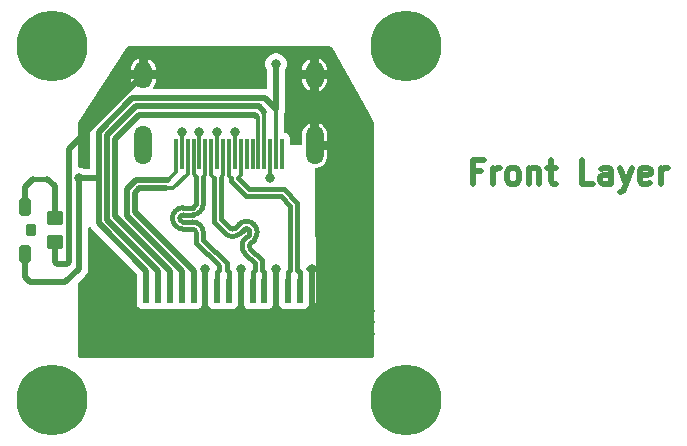
<source format=gbr>
%TF.GenerationSoftware,KiCad,Pcbnew,7.0.7*%
%TF.CreationDate,2023-11-23T16:05:46-08:00*%
%TF.ProjectId,MIPI2HDMI,4d495049-3248-4444-9d49-2e6b69636164,R1*%
%TF.SameCoordinates,Original*%
%TF.FileFunction,Copper,L1,Top*%
%TF.FilePolarity,Positive*%
%FSLAX46Y46*%
G04 Gerber Fmt 4.6, Leading zero omitted, Abs format (unit mm)*
G04 Created by KiCad (PCBNEW 7.0.7) date 2023-11-23 16:05:46*
%MOMM*%
%LPD*%
G01*
G04 APERTURE LIST*
G04 Aperture macros list*
%AMRoundRect*
0 Rectangle with rounded corners*
0 $1 Rounding radius*
0 $2 $3 $4 $5 $6 $7 $8 $9 X,Y pos of 4 corners*
0 Add a 4 corners polygon primitive as box body*
4,1,4,$2,$3,$4,$5,$6,$7,$8,$9,$2,$3,0*
0 Add four circle primitives for the rounded corners*
1,1,$1+$1,$2,$3*
1,1,$1+$1,$4,$5*
1,1,$1+$1,$6,$7*
1,1,$1+$1,$8,$9*
0 Add four rect primitives between the rounded corners*
20,1,$1+$1,$2,$3,$4,$5,0*
20,1,$1+$1,$4,$5,$6,$7,0*
20,1,$1+$1,$6,$7,$8,$9,0*
20,1,$1+$1,$8,$9,$2,$3,0*%
G04 Aperture macros list end*
%ADD10C,0.500000*%
%TA.AperFunction,NonConductor*%
%ADD11C,0.500000*%
%TD*%
%TA.AperFunction,SMDPad,CuDef*%
%ADD12R,0.300000X2.600000*%
%TD*%
%TA.AperFunction,ComponentPad*%
%ADD13O,1.500000X3.300000*%
%TD*%
%TA.AperFunction,ComponentPad*%
%ADD14O,1.500000X2.300000*%
%TD*%
%TA.AperFunction,SMDPad,CuDef*%
%ADD15RoundRect,0.250000X-0.450000X0.350000X-0.450000X-0.350000X0.450000X-0.350000X0.450000X0.350000X0*%
%TD*%
%TA.AperFunction,SMDPad,CuDef*%
%ADD16R,0.610000X2.000000*%
%TD*%
%TA.AperFunction,SMDPad,CuDef*%
%ADD17R,2.680000X3.600000*%
%TD*%
%TA.AperFunction,ComponentPad*%
%ADD18C,6.000000*%
%TD*%
%TA.AperFunction,SMDPad,CuDef*%
%ADD19RoundRect,0.225000X-0.225000X0.275000X-0.225000X-0.275000X0.225000X-0.275000X0.225000X0.275000X0*%
%TD*%
%TA.AperFunction,SMDPad,CuDef*%
%ADD20RoundRect,0.250000X-0.250000X0.500000X-0.250000X-0.500000X0.250000X-0.500000X0.250000X0.500000X0*%
%TD*%
%TA.AperFunction,ViaPad*%
%ADD21C,0.800000*%
%TD*%
%TA.AperFunction,Conductor*%
%ADD22C,0.500000*%
%TD*%
%TA.AperFunction,Conductor*%
%ADD23C,0.300000*%
%TD*%
%TA.AperFunction,Conductor*%
%ADD24C,0.401320*%
%TD*%
%TA.AperFunction,Conductor*%
%ADD25C,0.400000*%
%TD*%
G04 APERTURE END LIST*
D10*
D11*
X135131804Y-81851619D02*
X134465137Y-81851619D01*
X134465137Y-82899238D02*
X134465137Y-80899238D01*
X134465137Y-80899238D02*
X135417518Y-80899238D01*
X136179423Y-82899238D02*
X136179423Y-81565904D01*
X136179423Y-81946857D02*
X136274661Y-81756380D01*
X136274661Y-81756380D02*
X136369899Y-81661142D01*
X136369899Y-81661142D02*
X136560375Y-81565904D01*
X136560375Y-81565904D02*
X136750852Y-81565904D01*
X137703232Y-82899238D02*
X137512756Y-82804000D01*
X137512756Y-82804000D02*
X137417518Y-82708761D01*
X137417518Y-82708761D02*
X137322280Y-82518285D01*
X137322280Y-82518285D02*
X137322280Y-81946857D01*
X137322280Y-81946857D02*
X137417518Y-81756380D01*
X137417518Y-81756380D02*
X137512756Y-81661142D01*
X137512756Y-81661142D02*
X137703232Y-81565904D01*
X137703232Y-81565904D02*
X137988947Y-81565904D01*
X137988947Y-81565904D02*
X138179423Y-81661142D01*
X138179423Y-81661142D02*
X138274661Y-81756380D01*
X138274661Y-81756380D02*
X138369899Y-81946857D01*
X138369899Y-81946857D02*
X138369899Y-82518285D01*
X138369899Y-82518285D02*
X138274661Y-82708761D01*
X138274661Y-82708761D02*
X138179423Y-82804000D01*
X138179423Y-82804000D02*
X137988947Y-82899238D01*
X137988947Y-82899238D02*
X137703232Y-82899238D01*
X139227042Y-81565904D02*
X139227042Y-82899238D01*
X139227042Y-81756380D02*
X139322280Y-81661142D01*
X139322280Y-81661142D02*
X139512756Y-81565904D01*
X139512756Y-81565904D02*
X139798471Y-81565904D01*
X139798471Y-81565904D02*
X139988947Y-81661142D01*
X139988947Y-81661142D02*
X140084185Y-81851619D01*
X140084185Y-81851619D02*
X140084185Y-82899238D01*
X140750852Y-81565904D02*
X141512756Y-81565904D01*
X141036566Y-80899238D02*
X141036566Y-82613523D01*
X141036566Y-82613523D02*
X141131804Y-82804000D01*
X141131804Y-82804000D02*
X141322280Y-82899238D01*
X141322280Y-82899238D02*
X141512756Y-82899238D01*
X144655614Y-82899238D02*
X143703233Y-82899238D01*
X143703233Y-82899238D02*
X143703233Y-80899238D01*
X146179424Y-82899238D02*
X146179424Y-81851619D01*
X146179424Y-81851619D02*
X146084186Y-81661142D01*
X146084186Y-81661142D02*
X145893710Y-81565904D01*
X145893710Y-81565904D02*
X145512757Y-81565904D01*
X145512757Y-81565904D02*
X145322281Y-81661142D01*
X146179424Y-82804000D02*
X145988948Y-82899238D01*
X145988948Y-82899238D02*
X145512757Y-82899238D01*
X145512757Y-82899238D02*
X145322281Y-82804000D01*
X145322281Y-82804000D02*
X145227043Y-82613523D01*
X145227043Y-82613523D02*
X145227043Y-82423047D01*
X145227043Y-82423047D02*
X145322281Y-82232571D01*
X145322281Y-82232571D02*
X145512757Y-82137333D01*
X145512757Y-82137333D02*
X145988948Y-82137333D01*
X145988948Y-82137333D02*
X146179424Y-82042095D01*
X146941329Y-81565904D02*
X147417519Y-82899238D01*
X147893710Y-81565904D02*
X147417519Y-82899238D01*
X147417519Y-82899238D02*
X147227043Y-83375428D01*
X147227043Y-83375428D02*
X147131805Y-83470666D01*
X147131805Y-83470666D02*
X146941329Y-83565904D01*
X149417520Y-82804000D02*
X149227044Y-82899238D01*
X149227044Y-82899238D02*
X148846091Y-82899238D01*
X148846091Y-82899238D02*
X148655615Y-82804000D01*
X148655615Y-82804000D02*
X148560377Y-82613523D01*
X148560377Y-82613523D02*
X148560377Y-81851619D01*
X148560377Y-81851619D02*
X148655615Y-81661142D01*
X148655615Y-81661142D02*
X148846091Y-81565904D01*
X148846091Y-81565904D02*
X149227044Y-81565904D01*
X149227044Y-81565904D02*
X149417520Y-81661142D01*
X149417520Y-81661142D02*
X149512758Y-81851619D01*
X149512758Y-81851619D02*
X149512758Y-82042095D01*
X149512758Y-82042095D02*
X148560377Y-82232571D01*
X150369901Y-82899238D02*
X150369901Y-81565904D01*
X150369901Y-81946857D02*
X150465139Y-81756380D01*
X150465139Y-81756380D02*
X150560377Y-81661142D01*
X150560377Y-81661142D02*
X150750853Y-81565904D01*
X150750853Y-81565904D02*
X150941330Y-81565904D01*
D12*
%TO.P,J1,1,D2+*%
%TO.N,/CAM_MCLK*%
X109300000Y-80390000D03*
%TO.P,J1,2,D2S*%
%TO.N,GND*%
X109800000Y-80390000D03*
%TO.P,J1,3,D2-*%
%TO.N,/PWR_DN_LS*%
X110300000Y-80390000D03*
%TO.P,J1,4,D1+*%
%TO.N,/CAM_CK_P*%
X110800000Y-80390000D03*
%TO.P,J1,5,D1S*%
%TO.N,GND*%
X111300000Y-80390000D03*
%TO.P,J1,6,D1-*%
%TO.N,/CAM_CK_N*%
X111800000Y-80390000D03*
%TO.P,J1,7,D0+*%
%TO.N,/CAM_D1_P*%
X112300000Y-80390000D03*
%TO.P,J1,8,D0S*%
%TO.N,GND*%
X112800000Y-80390000D03*
%TO.P,J1,9,D0-*%
%TO.N,/CAM_D1_N*%
X113300000Y-80390000D03*
%TO.P,J1,10,CK+*%
%TO.N,/CAM_D0_P*%
X113800000Y-80390000D03*
%TO.P,J1,11,CKS*%
%TO.N,GND*%
X114300000Y-80390000D03*
%TO.P,J1,12,CK-*%
%TO.N,/CAM_D0_N*%
X114800000Y-80390000D03*
%TO.P,J1,13,CEC*%
%TO.N,unconnected-(J1-CEC-Pad13)*%
X115300000Y-80390000D03*
%TO.P,J1,14,UTILITY*%
%TO.N,unconnected-(J1-UTILITY-Pad14)*%
X115800000Y-80390000D03*
%TO.P,J1,15,SCL*%
%TO.N,/CAM_SCL*%
X116300000Y-80390000D03*
%TO.P,J1,16,SDA*%
%TO.N,/CAM_SDA*%
X116800000Y-80390000D03*
%TO.P,J1,17,GND*%
%TO.N,GND*%
X117300000Y-80390000D03*
%TO.P,J1,18,+5V*%
%TO.N,+3V3*%
X117800000Y-80390000D03*
%TO.P,J1,19,HPD*%
%TO.N,unconnected-(J1-HPD-Pad19)*%
X118300000Y-80390000D03*
D13*
%TO.P,J1,SH,SH*%
%TO.N,GND*%
X106550000Y-79630000D03*
X121050000Y-79630000D03*
D14*
X106550000Y-73670000D03*
X121050000Y-73670000D03*
%TD*%
D15*
%TO.P,R2,1*%
%TO.N,Net-(D2-K)*%
X99040000Y-85830000D03*
%TO.P,R2,2*%
%TO.N,GND*%
X99040000Y-87830000D03*
%TD*%
D16*
%TO.P,J2,1*%
%TO.N,GND*%
X120800000Y-92000000D03*
%TO.P,J2,2*%
%TO.N,/CAM_D0_N*%
X119800000Y-92000000D03*
%TO.P,J2,3*%
%TO.N,/CAM_D0_P*%
X118800000Y-92000000D03*
%TO.P,J2,4*%
%TO.N,GND*%
X117800000Y-92000000D03*
%TO.P,J2,5*%
%TO.N,/CAM_D1_N*%
X116800000Y-92000000D03*
%TO.P,J2,6*%
%TO.N,/CAM_D1_P*%
X115800000Y-92000000D03*
%TO.P,J2,7*%
%TO.N,GND*%
X114800000Y-92000000D03*
%TO.P,J2,8*%
%TO.N,/CAM_CK_N*%
X113800000Y-92000000D03*
%TO.P,J2,9*%
%TO.N,/CAM_CK_P*%
X112800000Y-92000000D03*
%TO.P,J2,10*%
%TO.N,GND*%
X111800000Y-92000000D03*
%TO.P,J2,11*%
%TO.N,/PWR_DN_LS*%
X110800000Y-92000000D03*
%TO.P,J2,12*%
%TO.N,/CAM_MCLK*%
X109800000Y-92000000D03*
%TO.P,J2,13*%
%TO.N,/CAM_SCL*%
X108800000Y-92000000D03*
%TO.P,J2,14*%
%TO.N,/CAM_SDA*%
X107800000Y-92000000D03*
%TO.P,J2,15*%
%TO.N,+3V3*%
X106800000Y-92000000D03*
D17*
%TO.P,J2,16*%
%TO.N,GND*%
X103810000Y-94800000D03*
%TO.P,J2,17*%
X123790000Y-94800000D03*
%TD*%
D18*
%TO.P,H1,1*%
%TO.N,N/C*%
X128800000Y-71200000D03*
%TD*%
%TO.P,H3,1*%
%TO.N,N/C*%
X128800000Y-101200000D03*
%TD*%
%TO.P,H4,1*%
%TO.N,N/C*%
X98800000Y-101200000D03*
%TD*%
%TO.P,H2,1*%
%TO.N,N/C*%
X98800000Y-71200000D03*
%TD*%
D19*
%TO.P,D2,*%
%TO.N,*%
X97040000Y-86830000D03*
D20*
%TO.P,D2,1,A*%
%TO.N,+3V3*%
X96490000Y-88830000D03*
%TO.P,D2,2,K*%
%TO.N,Net-(D2-K)*%
X96490000Y-84830000D03*
%TD*%
D21*
%TO.N,+3V3*%
X117780000Y-72760000D03*
X101119500Y-82440000D03*
%TO.N,GND*%
X120799000Y-93543200D03*
X103700000Y-97130000D03*
X104700000Y-97130000D03*
X105700000Y-93630000D03*
X102700000Y-92130000D03*
X124700000Y-97130000D03*
X123700000Y-92130000D03*
X112800000Y-78480000D03*
X122700000Y-92130000D03*
X111300000Y-78480000D03*
X122700000Y-97130000D03*
X109800000Y-78480000D03*
X114800000Y-90130000D03*
X101700000Y-93630000D03*
X117799000Y-93538000D03*
X111800000Y-90080000D03*
X105700000Y-94630000D03*
X111799000Y-93538000D03*
X105700000Y-95630000D03*
X102700000Y-97130000D03*
X121700000Y-95630000D03*
X114799000Y-93538000D03*
X125700000Y-95630000D03*
X117300000Y-82430000D03*
X125700000Y-93630000D03*
X121700000Y-94630000D03*
X114300000Y-78480000D03*
X123700000Y-97130000D03*
X125700000Y-94630000D03*
X117800000Y-90130000D03*
X101700000Y-95630000D03*
X124700000Y-92130000D03*
X103700000Y-92130000D03*
X120800000Y-90130000D03*
X101700000Y-94630000D03*
%TD*%
D22*
%TO.N,+3V3*%
X117800000Y-76605000D02*
X117800000Y-72880000D01*
X99960000Y-91250000D02*
X101119500Y-90090500D01*
X102770000Y-82590000D02*
X102770000Y-86229949D01*
X96990000Y-91250000D02*
X99960000Y-91250000D01*
X102770000Y-82440000D02*
X102770000Y-82590000D01*
X96490000Y-88830000D02*
X96490000Y-90750000D01*
X106800000Y-90259949D02*
X106800000Y-92000000D01*
X102770000Y-78510001D02*
X102770000Y-82440000D01*
X105624400Y-75655600D02*
X102770000Y-78510001D01*
X102770000Y-86229949D02*
X106800000Y-90259949D01*
X96490000Y-90750000D02*
X96990000Y-91250000D01*
X101119500Y-90090500D02*
X101119500Y-82440000D01*
D23*
X117800000Y-80390000D02*
X117800000Y-76605000D01*
D22*
X116850600Y-75655600D02*
X105624400Y-75655600D01*
X102620000Y-82440000D02*
X102770000Y-82590000D01*
X101119500Y-82440000D02*
X102620000Y-82440000D01*
X116850600Y-75655600D02*
X117800000Y-76605000D01*
D24*
%TO.N,/CAM_CK_P*%
X112846740Y-89733202D02*
X112851270Y-89733202D01*
X112994904Y-90172095D02*
X112994904Y-89881366D01*
X112994904Y-89881366D02*
X112846740Y-89733202D01*
X111019740Y-87032080D02*
X111019740Y-87906202D01*
D23*
X110800000Y-82094000D02*
X111019740Y-82313740D01*
D24*
X111019740Y-82313740D02*
X111019740Y-84614000D01*
X112799000Y-90367999D02*
X112994904Y-90172095D01*
D23*
X110800000Y-80390000D02*
X110800000Y-82094000D01*
D24*
X111019740Y-87906202D02*
X112846740Y-89733202D01*
X112799000Y-91868000D02*
X112799000Y-90367999D01*
X110717480Y-84916260D02*
X109921000Y-84916260D01*
X109921000Y-86729820D02*
X110717480Y-86729820D01*
X110717480Y-84916240D02*
G75*
G03*
X111019740Y-84614000I20J302240D01*
G01*
X109014180Y-85823040D02*
G75*
G03*
X109921000Y-86729820I906820J40D01*
G01*
X111019780Y-87032080D02*
G75*
G03*
X110717480Y-86729820I-302280J-20D01*
G01*
X109921000Y-84916220D02*
G75*
G03*
X109014220Y-85823040I0J-906780D01*
G01*
D23*
%TO.N,/CAM_CK_N*%
X111800000Y-82138000D02*
X111624260Y-82313740D01*
D24*
X111624260Y-87032080D02*
X111624260Y-87655798D01*
X113799000Y-90367999D02*
X113799000Y-91868000D01*
X113601260Y-90170259D02*
X113799000Y-90367999D01*
X109921000Y-86125300D02*
X110717480Y-86125300D01*
D23*
X111800000Y-80390000D02*
X111800000Y-82138000D01*
D24*
X113601260Y-89732798D02*
X113601260Y-90170259D01*
X113599340Y-89630878D02*
X113599340Y-89732798D01*
X110717480Y-85520780D02*
X109921000Y-85520780D01*
X111624260Y-82313740D02*
X111624260Y-84614000D01*
X111624260Y-87655798D02*
X113599340Y-89630878D01*
X110717480Y-85520760D02*
G75*
G03*
X111624260Y-84614000I20J906760D01*
G01*
X109921000Y-85520740D02*
G75*
G03*
X109618740Y-85823040I0J-302260D01*
G01*
X109618700Y-85823040D02*
G75*
G03*
X109921000Y-86125300I302300J40D01*
G01*
X111624300Y-87032080D02*
G75*
G03*
X110717480Y-86125300I-906800J-20D01*
G01*
%TO.N,/CAM_D1_P*%
X115072179Y-86770519D02*
X115072179Y-86770520D01*
X115799000Y-91868000D02*
X115799000Y-90367999D01*
X113460162Y-87100161D02*
X112517740Y-86157740D01*
X115170000Y-88810637D02*
X115170000Y-88809999D01*
X112517740Y-86157740D02*
X112517740Y-82373245D01*
X113460160Y-87100160D02*
X113460162Y-87100161D01*
D23*
X112300000Y-82155505D02*
X112517740Y-82373245D01*
D24*
X115072179Y-86770520D02*
X114742538Y-87100160D01*
X115170000Y-87527621D02*
X115499640Y-87197980D01*
X116000000Y-89640637D02*
X115170000Y-88810637D01*
X116000000Y-90166999D02*
X116000000Y-89640637D01*
D23*
X112300000Y-80390000D02*
X112300000Y-82155505D01*
D24*
X115799000Y-90367999D02*
X116000000Y-90166999D01*
X115499690Y-87198030D02*
G75*
G03*
X115499640Y-86770520I-213790J213730D01*
G01*
X115169990Y-87527611D02*
G75*
G03*
X115170000Y-88809999I641210J-641189D01*
G01*
X115499630Y-86770530D02*
G75*
G03*
X115072180Y-86770520I-213730J-213670D01*
G01*
X113460161Y-87100159D02*
G75*
G03*
X114742537Y-87100159I641188J641189D01*
G01*
%TO.N,/CAM_D1_N*%
X116601260Y-89486340D02*
X116601260Y-90170259D01*
X113122260Y-82373245D02*
X113122260Y-85907340D01*
X114315080Y-86672701D02*
X114644722Y-86343060D01*
X115927099Y-87625439D02*
X115597459Y-87955080D01*
X116601260Y-90170259D02*
X116799000Y-90367999D01*
X113122260Y-85907340D02*
X113887620Y-86672701D01*
X116799000Y-90367999D02*
X116799000Y-91868000D01*
D23*
X113300000Y-80390000D02*
X113300000Y-82195505D01*
X113300000Y-82195505D02*
X113122260Y-82373245D01*
D24*
X116601320Y-89386401D02*
X116601320Y-89486340D01*
X115597459Y-88382540D02*
X116601320Y-89386401D01*
X115597450Y-87955071D02*
G75*
G03*
X115597460Y-88382539I213750J-213729D01*
G01*
X113887621Y-86672700D02*
G75*
G03*
X114315079Y-86672700I213729J213729D01*
G01*
X115927089Y-86343071D02*
G75*
G03*
X114644722Y-86343060I-641189J-641229D01*
G01*
X115927149Y-87625489D02*
G75*
G03*
X115927099Y-86343061I-641249J641189D01*
G01*
%TO.N,/CAM_D0_P*%
X118799000Y-90367999D02*
X118996740Y-90170259D01*
X115259104Y-83930000D02*
X113967740Y-82638636D01*
X118996740Y-90170259D02*
X118996740Y-84741660D01*
X113967740Y-82638636D02*
X113967740Y-82388236D01*
X118996740Y-84741660D02*
X118185080Y-83930000D01*
D23*
X113800000Y-82220496D02*
X113967740Y-82388236D01*
X113800000Y-80390000D02*
X113800000Y-82220496D01*
D24*
X118799000Y-91868000D02*
X118799000Y-90367999D01*
X118185080Y-83930000D02*
X115259104Y-83930000D01*
%TO.N,/CAM_D0_N*%
X119601260Y-90170259D02*
X119601260Y-84491260D01*
X119799000Y-91868000D02*
X119799000Y-90367999D01*
X119601260Y-84491260D02*
X118438680Y-83328680D01*
D23*
X114800000Y-82160496D02*
X114572260Y-82388236D01*
X114800000Y-80390000D02*
X114800000Y-82160496D01*
D24*
X119799000Y-90367999D02*
X119601260Y-90170259D01*
X115512704Y-83328680D02*
X114572260Y-82388236D01*
X118438680Y-83328680D02*
X115512704Y-83328680D01*
D23*
%TO.N,/CAM_SCL*%
X116300000Y-80390000D02*
X116300000Y-77355000D01*
D22*
X104170000Y-79089900D02*
X104170000Y-85631950D01*
D23*
X116300000Y-77355000D02*
X116150000Y-77205000D01*
D22*
X116150000Y-77205000D02*
X116000600Y-77055600D01*
X106204300Y-77055600D02*
X104170000Y-79089900D01*
X108800000Y-90261950D02*
X108800000Y-92000000D01*
X116000600Y-77055600D02*
X106204300Y-77055600D01*
X104170000Y-85631950D02*
X108800000Y-90261950D01*
%TO.N,/CAM_SDA*%
X105914350Y-76355600D02*
X103470000Y-78799950D01*
X116325600Y-76355600D02*
X105914350Y-76355600D01*
D23*
X116800000Y-80390000D02*
X116800000Y-76830000D01*
D22*
X103470000Y-78799950D02*
X103470000Y-85940000D01*
X116800000Y-76830000D02*
X116325600Y-76355600D01*
X103470000Y-85940000D02*
X104220000Y-86690000D01*
X104238100Y-86690000D02*
X107800000Y-90251900D01*
X104220000Y-86690000D02*
X104238100Y-86690000D01*
X107800000Y-90251900D02*
X107800000Y-92000000D01*
%TO.N,GND*%
X117799000Y-91868000D02*
X117799000Y-90131000D01*
D23*
X111300000Y-80390000D02*
X111300000Y-78480000D01*
X117300000Y-80390000D02*
X117300000Y-82430000D01*
D22*
X99200000Y-89690000D02*
X100080000Y-89690000D01*
X100080000Y-89690000D02*
X100270000Y-89500000D01*
X114799000Y-93538000D02*
X114799000Y-91868000D01*
X117799000Y-93538000D02*
X117799000Y-91868000D01*
X120799000Y-91868000D02*
X120799000Y-90131000D01*
D23*
X114300000Y-80390000D02*
X114300000Y-78480000D01*
D22*
X120799000Y-91868000D02*
X120799000Y-93467000D01*
X114799000Y-91868000D02*
X114799000Y-90131000D01*
X100270000Y-79950000D02*
X106550000Y-73670000D01*
X100270000Y-89500000D02*
X100270000Y-79950000D01*
D23*
X112800000Y-80390000D02*
X112800000Y-78480000D01*
D22*
X111799000Y-93538000D02*
X111799000Y-91868000D01*
D23*
X109800000Y-80390000D02*
X109800000Y-78480000D01*
D22*
X99040000Y-89530000D02*
X99200000Y-89690000D01*
X120549000Y-90131000D02*
X120550000Y-90130000D01*
X99040000Y-87830000D02*
X99040000Y-89530000D01*
X111799000Y-90081000D02*
X111799000Y-91868000D01*
X106550000Y-73740050D02*
X106550000Y-73670000D01*
%TO.N,/CAM_MCLK*%
X108612000Y-82579000D02*
X105919000Y-82579000D01*
D23*
X109300000Y-81893000D02*
X108613000Y-82580000D01*
D22*
X105146000Y-85618000D02*
X109800000Y-90272000D01*
D23*
X109300000Y-80390000D02*
X109300000Y-81893000D01*
D22*
X108613000Y-82580000D02*
X108612000Y-82579000D01*
X105919000Y-82579000D02*
X105146000Y-83352000D01*
X109800000Y-90272000D02*
X109800000Y-92000000D01*
X105146000Y-83352000D02*
X105146000Y-85618000D01*
%TO.N,/PWR_DN_LS*%
X110800000Y-90282051D02*
X110800000Y-92000000D01*
X105847000Y-85329051D02*
X105847000Y-83640950D01*
X106520000Y-83279000D02*
X106521000Y-83280000D01*
D23*
X109047000Y-83293000D02*
X108478000Y-83293000D01*
X110300000Y-82040000D02*
X109047000Y-83293000D01*
D22*
X106521000Y-83280000D02*
X108465000Y-83280000D01*
D23*
X110300000Y-80390000D02*
X110300000Y-82040000D01*
D22*
X105847000Y-83640950D02*
X106208950Y-83279000D01*
X105847000Y-85329051D02*
X110800000Y-90282051D01*
X106208950Y-83279000D02*
X106520000Y-83279000D01*
X108465000Y-83280000D02*
X108478000Y-83293000D01*
%TO.N,Net-(D2-K)*%
X96500000Y-83155000D02*
X96500000Y-84820000D01*
X97170000Y-82485000D02*
X96500000Y-83155000D01*
X99040000Y-85830000D02*
X99040000Y-83095000D01*
X96500000Y-84820000D02*
X96490000Y-84830000D01*
D25*
X98430000Y-82485000D02*
X97170000Y-82485000D01*
D22*
X99040000Y-83095000D02*
X98430000Y-82485000D01*
%TD*%
%TA.AperFunction,Conductor*%
%TO.N,GND*%
G36*
X122464479Y-71294002D02*
G01*
X122506140Y-71338164D01*
X125646354Y-76913360D01*
X126033783Y-77601208D01*
X126050000Y-77663043D01*
X126050000Y-97504000D01*
X126029998Y-97572121D01*
X125976342Y-97618614D01*
X125924000Y-97630000D01*
X101176000Y-97630000D01*
X101107879Y-97609998D01*
X101061386Y-97556342D01*
X101050000Y-97504000D01*
X101050000Y-91284870D01*
X101070002Y-91216749D01*
X101086897Y-91195782D01*
X101610284Y-90672395D01*
X101624117Y-90660441D01*
X101643558Y-90645969D01*
X101677501Y-90605515D01*
X101681200Y-90601479D01*
X101687081Y-90595600D01*
X101697047Y-90582994D01*
X101707635Y-90569605D01*
X101729981Y-90542972D01*
X101757532Y-90510140D01*
X101757533Y-90510136D01*
X101757536Y-90510134D01*
X101761570Y-90504002D01*
X101761627Y-90504039D01*
X101765671Y-90497691D01*
X101765612Y-90497655D01*
X101769461Y-90491412D01*
X101769467Y-90491405D01*
X101802275Y-90421047D01*
X101837109Y-90351688D01*
X101837110Y-90351682D01*
X101839619Y-90344791D01*
X101839684Y-90344814D01*
X101842158Y-90337697D01*
X101842094Y-90337676D01*
X101844403Y-90330708D01*
X101860107Y-90254650D01*
X101865665Y-90231198D01*
X101878000Y-90179156D01*
X101878000Y-90179149D01*
X101878852Y-90171868D01*
X101878919Y-90171875D01*
X101879685Y-90164377D01*
X101879619Y-90164372D01*
X101880257Y-90157065D01*
X101880259Y-90157058D01*
X101878000Y-90079420D01*
X101878000Y-86674922D01*
X101898002Y-86606801D01*
X101951658Y-86560308D01*
X102021932Y-86550204D01*
X102086512Y-86579698D01*
X102109272Y-86605685D01*
X102130233Y-86637555D01*
X102170967Y-86703596D01*
X102175522Y-86709357D01*
X102175468Y-86709399D01*
X102180228Y-86715241D01*
X102180279Y-86715199D01*
X102184993Y-86720817D01*
X102241482Y-86774112D01*
X106004595Y-90537225D01*
X106038621Y-90599537D01*
X106041500Y-90626320D01*
X106041500Y-90738061D01*
X106033556Y-90782093D01*
X105993010Y-90890801D01*
X105986500Y-90951350D01*
X105986500Y-93048649D01*
X105993009Y-93109196D01*
X105993011Y-93109204D01*
X106044110Y-93246202D01*
X106044112Y-93246207D01*
X106131738Y-93363261D01*
X106248792Y-93450887D01*
X106248794Y-93450888D01*
X106248796Y-93450889D01*
X106299999Y-93469987D01*
X106385795Y-93501988D01*
X106385803Y-93501990D01*
X106446350Y-93508499D01*
X106446355Y-93508499D01*
X106446362Y-93508500D01*
X106446368Y-93508500D01*
X107153632Y-93508500D01*
X107153638Y-93508500D01*
X107153645Y-93508499D01*
X107153649Y-93508499D01*
X107214196Y-93501990D01*
X107214196Y-93501989D01*
X107214201Y-93501989D01*
X107255966Y-93486410D01*
X107326780Y-93481345D01*
X107344032Y-93486411D01*
X107385799Y-93501989D01*
X107446350Y-93508499D01*
X107446355Y-93508499D01*
X107446362Y-93508500D01*
X107446368Y-93508500D01*
X108153632Y-93508500D01*
X108153638Y-93508500D01*
X108153645Y-93508499D01*
X108153649Y-93508499D01*
X108214196Y-93501990D01*
X108214201Y-93501989D01*
X108255966Y-93486411D01*
X108326782Y-93481345D01*
X108344034Y-93486411D01*
X108385798Y-93501989D01*
X108385803Y-93501990D01*
X108446350Y-93508499D01*
X108446355Y-93508499D01*
X108446362Y-93508500D01*
X108446368Y-93508500D01*
X109153632Y-93508500D01*
X109153638Y-93508500D01*
X109153645Y-93508499D01*
X109153649Y-93508499D01*
X109214196Y-93501990D01*
X109214196Y-93501989D01*
X109214201Y-93501989D01*
X109255966Y-93486410D01*
X109326780Y-93481345D01*
X109344032Y-93486411D01*
X109385799Y-93501989D01*
X109446350Y-93508499D01*
X109446355Y-93508499D01*
X109446362Y-93508500D01*
X109446368Y-93508500D01*
X110153632Y-93508500D01*
X110153638Y-93508500D01*
X110153645Y-93508499D01*
X110153649Y-93508499D01*
X110214196Y-93501990D01*
X110214201Y-93501989D01*
X110255966Y-93486411D01*
X110326782Y-93481345D01*
X110344034Y-93486411D01*
X110385798Y-93501989D01*
X110385803Y-93501990D01*
X110446350Y-93508499D01*
X110446355Y-93508499D01*
X110446362Y-93508500D01*
X110446368Y-93508500D01*
X111153632Y-93508500D01*
X111153638Y-93508500D01*
X111153645Y-93508499D01*
X111153649Y-93508499D01*
X111214196Y-93501990D01*
X111214199Y-93501989D01*
X111214201Y-93501989D01*
X111351204Y-93450889D01*
X111468261Y-93363261D01*
X111555889Y-93246204D01*
X111606989Y-93109201D01*
X111606989Y-93109196D01*
X111608661Y-93104715D01*
X111651208Y-93047880D01*
X111717728Y-93023069D01*
X111725875Y-93022751D01*
X111872082Y-93021779D01*
X111940334Y-93041328D01*
X111987182Y-93094673D01*
X111990974Y-93103742D01*
X112044111Y-93246204D01*
X112044112Y-93246207D01*
X112131738Y-93363261D01*
X112248792Y-93450887D01*
X112248794Y-93450888D01*
X112248796Y-93450889D01*
X112299999Y-93469987D01*
X112385795Y-93501988D01*
X112385803Y-93501990D01*
X112446350Y-93508499D01*
X112446355Y-93508499D01*
X112446362Y-93508500D01*
X112446368Y-93508500D01*
X113153632Y-93508500D01*
X113153638Y-93508500D01*
X113153645Y-93508499D01*
X113153649Y-93508499D01*
X113214196Y-93501990D01*
X113214196Y-93501989D01*
X113214201Y-93501989D01*
X113255966Y-93486410D01*
X113326780Y-93481345D01*
X113344032Y-93486411D01*
X113385799Y-93501989D01*
X113446350Y-93508499D01*
X113446355Y-93508499D01*
X113446362Y-93508500D01*
X113446368Y-93508500D01*
X114153632Y-93508500D01*
X114153638Y-93508500D01*
X114153645Y-93508499D01*
X114153649Y-93508499D01*
X114214196Y-93501990D01*
X114214199Y-93501989D01*
X114214201Y-93501989D01*
X114351204Y-93450889D01*
X114468261Y-93363261D01*
X114555889Y-93246204D01*
X114606989Y-93109201D01*
X114606989Y-93109198D01*
X114608803Y-93101526D01*
X114611760Y-93102225D01*
X114633476Y-93049752D01*
X114691781Y-93009242D01*
X114730767Y-93002784D01*
X114867456Y-93001876D01*
X114935706Y-93021425D01*
X114982554Y-93074770D01*
X114990068Y-93101792D01*
X114991197Y-93101526D01*
X114993011Y-93109204D01*
X115044110Y-93246202D01*
X115044112Y-93246207D01*
X115131738Y-93363261D01*
X115248792Y-93450887D01*
X115248794Y-93450888D01*
X115248796Y-93450889D01*
X115299999Y-93469987D01*
X115385795Y-93501988D01*
X115385803Y-93501990D01*
X115446350Y-93508499D01*
X115446355Y-93508499D01*
X115446362Y-93508500D01*
X115446368Y-93508500D01*
X116153632Y-93508500D01*
X116153638Y-93508500D01*
X116153645Y-93508499D01*
X116153649Y-93508499D01*
X116214196Y-93501990D01*
X116214201Y-93501989D01*
X116255966Y-93486411D01*
X116326782Y-93481345D01*
X116344034Y-93486411D01*
X116385798Y-93501989D01*
X116385803Y-93501990D01*
X116446350Y-93508499D01*
X116446355Y-93508499D01*
X116446362Y-93508500D01*
X116446368Y-93508500D01*
X117153632Y-93508500D01*
X117153638Y-93508500D01*
X117153645Y-93508499D01*
X117153649Y-93508499D01*
X117214196Y-93501990D01*
X117214199Y-93501989D01*
X117214201Y-93501989D01*
X117351204Y-93450889D01*
X117468261Y-93363261D01*
X117555889Y-93246204D01*
X117606989Y-93109201D01*
X117608476Y-93095368D01*
X117635641Y-93029778D01*
X117693957Y-92989284D01*
X117732914Y-92982837D01*
X117865314Y-92981957D01*
X117933565Y-93001506D01*
X117980413Y-93054851D01*
X117991428Y-93094484D01*
X117993010Y-93109197D01*
X117993011Y-93109204D01*
X118044110Y-93246202D01*
X118044112Y-93246207D01*
X118131738Y-93363261D01*
X118248792Y-93450887D01*
X118248794Y-93450888D01*
X118248796Y-93450889D01*
X118299999Y-93469987D01*
X118385795Y-93501988D01*
X118385803Y-93501990D01*
X118446350Y-93508499D01*
X118446355Y-93508499D01*
X118446362Y-93508500D01*
X118446368Y-93508500D01*
X119153632Y-93508500D01*
X119153638Y-93508500D01*
X119153645Y-93508499D01*
X119153649Y-93508499D01*
X119214196Y-93501990D01*
X119214196Y-93501989D01*
X119214201Y-93501989D01*
X119255966Y-93486410D01*
X119326780Y-93481345D01*
X119344032Y-93486411D01*
X119385799Y-93501989D01*
X119446350Y-93508499D01*
X119446355Y-93508499D01*
X119446362Y-93508500D01*
X119446368Y-93508500D01*
X120153632Y-93508500D01*
X120153638Y-93508500D01*
X120153645Y-93508499D01*
X120153649Y-93508499D01*
X120214196Y-93501990D01*
X120214199Y-93501989D01*
X120214201Y-93501989D01*
X120351204Y-93450889D01*
X120468261Y-93363261D01*
X120555889Y-93246204D01*
X120606989Y-93109201D01*
X120606989Y-93109199D01*
X120606990Y-93109196D01*
X120610621Y-93075419D01*
X120637789Y-93009827D01*
X120696106Y-92969335D01*
X120735059Y-92962889D01*
X121170000Y-92960000D01*
X121043552Y-81706150D01*
X121062786Y-81637813D01*
X121115916Y-81590721D01*
X121157194Y-81579346D01*
X121256769Y-81569539D01*
X121455608Y-81509223D01*
X121638851Y-81411277D01*
X121799464Y-81279464D01*
X121931277Y-81118851D01*
X122029223Y-80935608D01*
X122089539Y-80736770D01*
X122104799Y-80581827D01*
X122104800Y-80581811D01*
X122104800Y-80011000D01*
X121626000Y-80011000D01*
X121557879Y-79990998D01*
X121511386Y-79937342D01*
X121500000Y-79885000D01*
X121500000Y-79375000D01*
X121520002Y-79306879D01*
X121573658Y-79260386D01*
X121626000Y-79249000D01*
X122104800Y-79249000D01*
X122104800Y-78678188D01*
X122104799Y-78678172D01*
X122089539Y-78523229D01*
X122029223Y-78324391D01*
X121931277Y-78141148D01*
X121799464Y-77980535D01*
X121638851Y-77848722D01*
X121455608Y-77750776D01*
X121430999Y-77743311D01*
X121430999Y-78212116D01*
X121410997Y-78280237D01*
X121357341Y-78326730D01*
X121287067Y-78336834D01*
X121241999Y-78321235D01*
X121216263Y-78306376D01*
X121216257Y-78306374D01*
X121084010Y-78276190D01*
X121084009Y-78276190D01*
X121084008Y-78276190D01*
X121038917Y-78279569D01*
X120948733Y-78286327D01*
X120841033Y-78328597D01*
X120770314Y-78334865D01*
X120707432Y-78301904D01*
X120672353Y-78240180D01*
X120669000Y-78211307D01*
X120668999Y-77743311D01*
X120644389Y-77750777D01*
X120461148Y-77848722D01*
X120300535Y-77980535D01*
X120168722Y-78141148D01*
X120070776Y-78324391D01*
X120010460Y-78523229D01*
X119995200Y-78678172D01*
X119995200Y-79484000D01*
X119975198Y-79552121D01*
X119921542Y-79598614D01*
X119869200Y-79610000D01*
X119084500Y-79610000D01*
X119016379Y-79589998D01*
X118969886Y-79536342D01*
X118958500Y-79484000D01*
X118958500Y-79041367D01*
X118958499Y-79041350D01*
X118951990Y-78980803D01*
X118951988Y-78980795D01*
X118900889Y-78843797D01*
X118900887Y-78843792D01*
X118813261Y-78726738D01*
X118696207Y-78639112D01*
X118696202Y-78639110D01*
X118559198Y-78588009D01*
X118555512Y-78587138D01*
X118552951Y-78585679D01*
X118551816Y-78585256D01*
X118551884Y-78585071D01*
X118493820Y-78552000D01*
X118460919Y-78489087D01*
X118458500Y-78464518D01*
X118458500Y-77024606D01*
X118471052Y-76974885D01*
X118469468Y-76974256D01*
X118472178Y-76967435D01*
X118491672Y-76918362D01*
X118493918Y-76913360D01*
X118517608Y-76866189D01*
X118517609Y-76866188D01*
X118523193Y-76842620D01*
X118528700Y-76825156D01*
X118537642Y-76802650D01*
X118545293Y-76750415D01*
X118546324Y-76745026D01*
X118558500Y-76693656D01*
X118558500Y-76669435D01*
X118559831Y-76651172D01*
X118563340Y-76627216D01*
X118563341Y-76627211D01*
X118558738Y-76574605D01*
X118558499Y-76569143D01*
X118558499Y-74121827D01*
X119995200Y-74121827D01*
X120010460Y-74276770D01*
X120070776Y-74475608D01*
X120168722Y-74658851D01*
X120300535Y-74819464D01*
X120461148Y-74951277D01*
X120644388Y-75049222D01*
X120644394Y-75049224D01*
X120668998Y-75056688D01*
X120668999Y-75056688D01*
X120668999Y-74587883D01*
X120689001Y-74519762D01*
X120742657Y-74473269D01*
X120812931Y-74463165D01*
X120857999Y-74478764D01*
X120883735Y-74493623D01*
X120883738Y-74493623D01*
X120883740Y-74493625D01*
X121015992Y-74523810D01*
X121151265Y-74513673D01*
X121258969Y-74471401D01*
X121329685Y-74465134D01*
X121392567Y-74498094D01*
X121427647Y-74559819D01*
X121431000Y-74588692D01*
X121431000Y-75056687D01*
X121455605Y-75049224D01*
X121638851Y-74951277D01*
X121799464Y-74819464D01*
X121931277Y-74658851D01*
X122029223Y-74475608D01*
X122089539Y-74276770D01*
X122104799Y-74121827D01*
X122104800Y-74121811D01*
X122104800Y-74051000D01*
X121626000Y-74051000D01*
X121557879Y-74030998D01*
X121511386Y-73977342D01*
X121500000Y-73925000D01*
X121500000Y-73415000D01*
X121520002Y-73346879D01*
X121573658Y-73300386D01*
X121626000Y-73289000D01*
X122104800Y-73289000D01*
X122104800Y-73218188D01*
X122104799Y-73218172D01*
X122089539Y-73063229D01*
X122029223Y-72864391D01*
X121931277Y-72681148D01*
X121799464Y-72520535D01*
X121638851Y-72388722D01*
X121455610Y-72290777D01*
X121430999Y-72283311D01*
X121431000Y-72752116D01*
X121410998Y-72820237D01*
X121357342Y-72866730D01*
X121287068Y-72876834D01*
X121242001Y-72861236D01*
X121216262Y-72846376D01*
X121216257Y-72846374D01*
X121084010Y-72816190D01*
X121084009Y-72816190D01*
X121084008Y-72816190D01*
X121038916Y-72819569D01*
X120948733Y-72826327D01*
X120841032Y-72868597D01*
X120770312Y-72874865D01*
X120707431Y-72841904D01*
X120672352Y-72780179D01*
X120668999Y-72751307D01*
X120668999Y-72283311D01*
X120644391Y-72290776D01*
X120461146Y-72388723D01*
X120300535Y-72520535D01*
X120168722Y-72681148D01*
X120070776Y-72864391D01*
X120010460Y-73063229D01*
X119995200Y-73218172D01*
X119995200Y-73289000D01*
X120474000Y-73289000D01*
X120542121Y-73309002D01*
X120588614Y-73362658D01*
X120600000Y-73415000D01*
X120600000Y-73925000D01*
X120579998Y-73993121D01*
X120526342Y-74039614D01*
X120474000Y-74051000D01*
X119995200Y-74051000D01*
X119995200Y-74121827D01*
X118558499Y-74121827D01*
X118558499Y-73262358D01*
X118575379Y-73199359D01*
X118614527Y-73131556D01*
X118673542Y-72949928D01*
X118693504Y-72760000D01*
X118673542Y-72570072D01*
X118614527Y-72388444D01*
X118519040Y-72223056D01*
X118519038Y-72223054D01*
X118519034Y-72223048D01*
X118391255Y-72081135D01*
X118236752Y-71968882D01*
X118062288Y-71891206D01*
X117875487Y-71851500D01*
X117684513Y-71851500D01*
X117497711Y-71891206D01*
X117323247Y-71968882D01*
X117168744Y-72081135D01*
X117040965Y-72223048D01*
X117040958Y-72223058D01*
X116945476Y-72388438D01*
X116945473Y-72388444D01*
X116930999Y-72432986D01*
X116886457Y-72570072D01*
X116866496Y-72759999D01*
X116886457Y-72949927D01*
X116907160Y-73013643D01*
X116945473Y-73131556D01*
X117022560Y-73265075D01*
X117024619Y-73268640D01*
X117041500Y-73331640D01*
X117041500Y-74768836D01*
X117021498Y-74836957D01*
X116967842Y-74883450D01*
X116919164Y-74894783D01*
X116917159Y-74894841D01*
X116917158Y-74894841D01*
X116839520Y-74897100D01*
X107502157Y-74897100D01*
X107434036Y-74877098D01*
X107387543Y-74823442D01*
X107377439Y-74753168D01*
X107404757Y-74691167D01*
X107431277Y-74658850D01*
X107529223Y-74475608D01*
X107589539Y-74276770D01*
X107604799Y-74121827D01*
X107604800Y-74121811D01*
X107604800Y-74051000D01*
X107126000Y-74051000D01*
X107057879Y-74030998D01*
X107011386Y-73977342D01*
X107000000Y-73925000D01*
X107000000Y-73415000D01*
X107020002Y-73346879D01*
X107073658Y-73300386D01*
X107126000Y-73289000D01*
X107604800Y-73289000D01*
X107604800Y-73218188D01*
X107604799Y-73218172D01*
X107589539Y-73063229D01*
X107529223Y-72864391D01*
X107431277Y-72681148D01*
X107299464Y-72520535D01*
X107138851Y-72388722D01*
X106955610Y-72290777D01*
X106931000Y-72283311D01*
X106931000Y-72752116D01*
X106910998Y-72820237D01*
X106857342Y-72866730D01*
X106787068Y-72876834D01*
X106742001Y-72861236D01*
X106716262Y-72846376D01*
X106716257Y-72846374D01*
X106584010Y-72816190D01*
X106584009Y-72816190D01*
X106584008Y-72816190D01*
X106538917Y-72819569D01*
X106448733Y-72826327D01*
X106341033Y-72868597D01*
X106270314Y-72874865D01*
X106207432Y-72841904D01*
X106172353Y-72780180D01*
X106169000Y-72751307D01*
X106168999Y-72283311D01*
X106144389Y-72290777D01*
X105961148Y-72388722D01*
X105800535Y-72520535D01*
X105668722Y-72681148D01*
X105570776Y-72864391D01*
X105510460Y-73063229D01*
X105495200Y-73218172D01*
X105495200Y-73289000D01*
X105974000Y-73289000D01*
X106042121Y-73309002D01*
X106088614Y-73362658D01*
X106100000Y-73415000D01*
X106100000Y-73925000D01*
X106079998Y-73993121D01*
X106026342Y-74039614D01*
X105974000Y-74051000D01*
X105495200Y-74051000D01*
X105495200Y-74121827D01*
X105510460Y-74276770D01*
X105570776Y-74475608D01*
X105668722Y-74658851D01*
X105694433Y-74690180D01*
X105722187Y-74755528D01*
X105710205Y-74825506D01*
X105662293Y-74877898D01*
X105608024Y-74895634D01*
X105594022Y-74896860D01*
X105588525Y-74897100D01*
X105580218Y-74897100D01*
X105558276Y-74899664D01*
X105547305Y-74900947D01*
X105538132Y-74901749D01*
X105469977Y-74907712D01*
X105462786Y-74909197D01*
X105462772Y-74909132D01*
X105455408Y-74910765D01*
X105455424Y-74910829D01*
X105448291Y-74912519D01*
X105404575Y-74928429D01*
X105375338Y-74939071D01*
X105350923Y-74947161D01*
X105301663Y-74963485D01*
X105295015Y-74966586D01*
X105294986Y-74966525D01*
X105288192Y-74969814D01*
X105288222Y-74969873D01*
X105281669Y-74973163D01*
X105216794Y-75015832D01*
X105150751Y-75056568D01*
X105144988Y-75061125D01*
X105144947Y-75061073D01*
X105139104Y-75065833D01*
X105139146Y-75065883D01*
X105133528Y-75070596D01*
X105080235Y-75127083D01*
X102279225Y-77928093D01*
X102265376Y-77940063D01*
X102245943Y-77954531D01*
X102245939Y-77954534D01*
X102212008Y-77994970D01*
X102208302Y-77999016D01*
X102202421Y-78004897D01*
X102202416Y-78004903D01*
X102181865Y-78030895D01*
X102131964Y-78090365D01*
X102127935Y-78096492D01*
X102127881Y-78096456D01*
X102123827Y-78102821D01*
X102123882Y-78102855D01*
X102120032Y-78109096D01*
X102087224Y-78179453D01*
X102052392Y-78248809D01*
X102049883Y-78255705D01*
X102049821Y-78255682D01*
X102047343Y-78262811D01*
X102047404Y-78262832D01*
X102045097Y-78269791D01*
X102029392Y-78345850D01*
X102011500Y-78421346D01*
X102010648Y-78428635D01*
X102010581Y-78428627D01*
X102009814Y-78436127D01*
X102009881Y-78436133D01*
X102009241Y-78443443D01*
X102011500Y-78521080D01*
X102011500Y-81555500D01*
X101991498Y-81623621D01*
X101937842Y-81670114D01*
X101885500Y-81681500D01*
X101662087Y-81681500D01*
X101593966Y-81661498D01*
X101588024Y-81657435D01*
X101576254Y-81648883D01*
X101519514Y-81623621D01*
X101401788Y-81571206D01*
X101214987Y-81531500D01*
X101176000Y-81531500D01*
X101107879Y-81511498D01*
X101061386Y-81457842D01*
X101050000Y-81405500D01*
X101050000Y-77667264D01*
X101070002Y-77599143D01*
X101070270Y-77598729D01*
X105132751Y-71331465D01*
X105186588Y-71285182D01*
X105238481Y-71274000D01*
X122396358Y-71274000D01*
X122464479Y-71294002D01*
G37*
%TD.AperFunction*%
%TD*%
M02*

</source>
